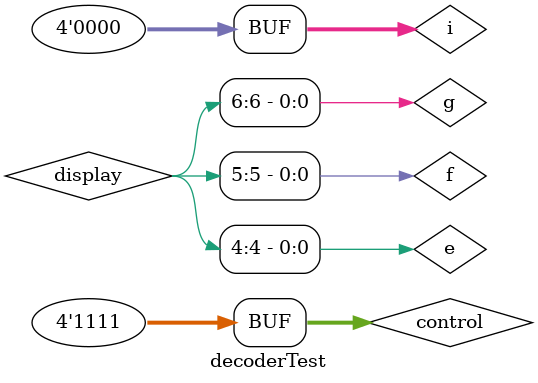
<source format=v>
module decoderTest();
reg [3:0] control;
wire [6:0] display;
wire a, b, c, d, e, f, g;
reg [3:0] i;

assign a = display[0];
assign b = display[1];
assign c = display[2];
assign d = display[3];
assign e = display[4];
assign f = display[5];
assign g = display[6];

sevenseg DUT(display, control[3], control[2], control[1], control[0]);


initial

for(i=0; i<16; i = i+1)begin
control = i;
#10;
end

endmodule

</source>
